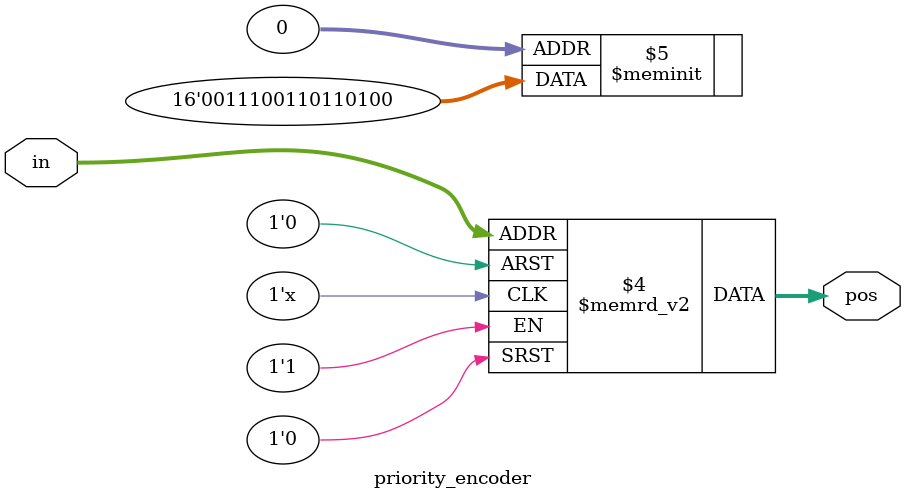
<source format=v>
module priority_encoder( 
input [2:0] in,
output reg [1:0] pos ); 
// When sel=1, assign b to out
always @* begin
pos <= 0;
case(in)

3'b000 : pos = 2'b00;
3'b001 : pos = 2'b01;
3'b010 : pos = 2'b11;
3'b011 : pos = 2'b10;
3'b100 : pos = 2'b01;
3'b101 : pos = 2'b10;
3'b110 : pos = 2'b11;
3'b111 : pos = 2'b00;

endcase
end
endmodule

</source>
